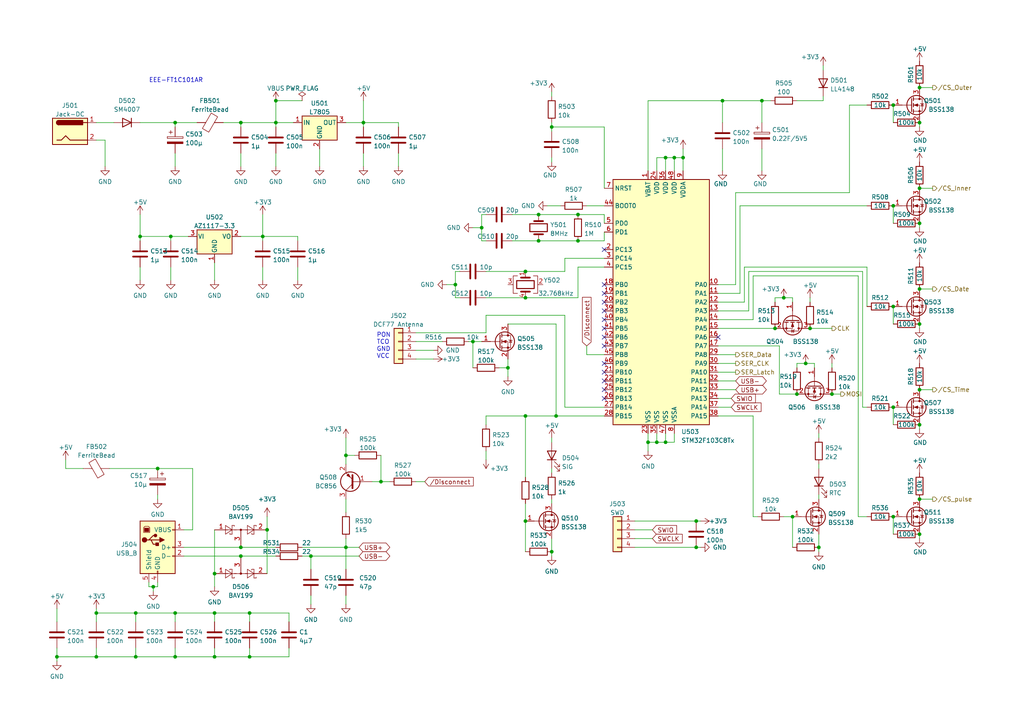
<source format=kicad_sch>
(kicad_sch (version 20211123) (generator eeschema)
  (paper "A4")
  (junction (at 259.08 149.86))
  (junction (at 187.96 128.27))
  (junction (at 80.01 29.21))
  (junction (at 80.01 35.56))
  (junction (at 139.7 66.04))
  (junction (at 231.14 114.3))
  (junction (at 27.94 190.5))
  (junction (at 266.7 123.19))
  (junction (at 259.08 59.69))
  (junction (at 190.5 128.27))
  (junction (at 167.64 62.23))
  (junction (at 49.53 68.58))
  (junction (at 110.49 139.7))
  (junction (at 39.37 190.5))
  (junction (at 62.23 177.8))
  (junction (at 201.93 158.75))
  (junction (at 193.04 45.72))
  (junction (at 266.7 25.4))
  (junction (at 72.39 177.8))
  (junction (at 137.16 99.06))
  (junction (at 201.93 151.13))
  (junction (at 152.4 151.13))
  (junction (at 152.4 86.36))
  (junction (at 100.33 158.75))
  (junction (at 195.58 45.72))
  (junction (at 266.7 113.03))
  (junction (at 241.3 114.3))
  (junction (at 44.45 170.18))
  (junction (at 90.17 161.29))
  (junction (at 40.64 68.58))
  (junction (at 266.7 35.56))
  (junction (at 266.7 54.61))
  (junction (at 50.8 35.56))
  (junction (at 259.08 30.48))
  (junction (at 233.68 105.41))
  (junction (at 209.55 29.21))
  (junction (at 266.7 144.78))
  (junction (at 16.51 190.5))
  (junction (at 152.4 78.74))
  (junction (at 62.23 190.5))
  (junction (at 76.2 68.58))
  (junction (at 62.23 166.37))
  (junction (at 259.08 88.9))
  (junction (at 161.29 120.65))
  (junction (at 152.4 120.65))
  (junction (at 72.39 190.5))
  (junction (at 160.02 36.83))
  (junction (at 198.12 45.72))
  (junction (at 156.21 62.23))
  (junction (at 69.85 35.56))
  (junction (at 193.04 128.27))
  (junction (at 224.79 95.25))
  (junction (at 105.41 35.56))
  (junction (at 77.47 153.67))
  (junction (at 220.98 29.21))
  (junction (at 229.87 149.86))
  (junction (at 147.32 106.68))
  (junction (at 156.21 69.85))
  (junction (at 266.7 93.98))
  (junction (at 45.72 135.89))
  (junction (at 167.64 69.85))
  (junction (at 100.33 132.08))
  (junction (at 266.7 154.94))
  (junction (at 50.8 190.5))
  (junction (at 234.95 95.25))
  (junction (at 39.37 177.8))
  (junction (at 50.8 177.8))
  (junction (at 266.7 83.82))
  (junction (at 259.08 118.11))
  (junction (at 69.85 161.29))
  (junction (at 266.7 64.77))
  (junction (at 227.33 86.36))
  (junction (at 160.02 160.02))
  (junction (at 237.49 158.75))
  (junction (at 27.94 177.8))
  (junction (at 132.08 82.55))
  (junction (at 69.85 158.75))
  (no_connect (at 208.28 97.79))
  (no_connect (at 175.26 72.39))
  (no_connect (at 175.26 85.09))
  (no_connect (at 175.26 82.55))
  (no_connect (at 175.26 115.57))
  (no_connect (at 175.26 107.95))
  (no_connect (at 175.26 110.49))
  (no_connect (at 175.26 113.03))
  (no_connect (at 175.26 97.79))
  (no_connect (at 175.26 95.25))
  (no_connect (at 175.26 92.71))
  (no_connect (at 175.26 90.17))
  (no_connect (at 175.26 100.33))
  (no_connect (at 175.26 105.41))
  (no_connect (at 175.26 87.63))
  (wire (pts (xy 49.53 68.58) (xy 49.53 69.85)))
  (wire (pts (xy 86.36 77.47) (xy 86.36 81.28)))
  (wire (pts (xy 158.75 59.69) (xy 162.56 59.69)))
  (wire (pts (xy 193.04 128.27) (xy 193.04 125.73)))
  (wire (pts (xy 40.64 68.58) (xy 40.64 69.85)))
  (wire (pts (xy 133.35 86.36) (xy 132.08 86.36)))
  (wire (pts (xy 266.7 156.21) (xy 266.7 154.94)))
  (wire (pts (xy 140.97 130.81) (xy 140.97 133.35)))
  (wire (pts (xy 100.33 35.56) (xy 105.41 35.56)))
  (wire (pts (xy 190.5 45.72) (xy 193.04 45.72)))
  (wire (pts (xy 72.39 190.5) (xy 62.23 190.5)))
  (wire (pts (xy 72.39 190.5) (xy 83.82 190.5)))
  (wire (pts (xy 217.17 90.17) (xy 217.17 78.74)))
  (wire (pts (xy 49.53 68.58) (xy 54.61 68.58)))
  (wire (pts (xy 160.02 36.83) (xy 175.26 36.83)))
  (wire (pts (xy 184.15 156.21) (xy 189.23 156.21)))
  (wire (pts (xy 170.18 102.87) (xy 175.26 102.87)))
  (wire (pts (xy 266.7 83.82) (xy 270.51 83.82)))
  (wire (pts (xy 217.17 78.74) (xy 250.19 78.74)))
  (wire (pts (xy 50.8 35.56) (xy 57.15 35.56)))
  (wire (pts (xy 234.95 95.25) (xy 241.3 95.25)))
  (wire (pts (xy 218.44 120.65) (xy 218.44 149.86)))
  (wire (pts (xy 62.23 177.8) (xy 62.23 180.34)))
  (wire (pts (xy 229.87 149.86) (xy 229.87 158.75)))
  (wire (pts (xy 107.95 139.7) (xy 110.49 139.7)))
  (wire (pts (xy 160.02 144.78) (xy 160.02 146.05)))
  (wire (pts (xy 208.28 110.49) (xy 213.36 110.49)))
  (wire (pts (xy 105.41 29.21) (xy 105.41 35.56)))
  (wire (pts (xy 100.33 132.08) (xy 100.33 134.62)))
  (wire (pts (xy 55.88 153.67) (xy 55.88 135.89)))
  (wire (pts (xy 120.65 104.14) (xy 125.73 104.14)))
  (wire (pts (xy 115.57 35.56) (xy 105.41 35.56)))
  (wire (pts (xy 214.63 59.69) (xy 251.46 59.69)))
  (wire (pts (xy 100.33 172.72) (xy 100.33 175.26)))
  (wire (pts (xy 167.64 77.47) (xy 167.64 86.36)))
  (wire (pts (xy 76.2 77.47) (xy 76.2 81.28)))
  (wire (pts (xy 250.19 78.74) (xy 250.19 118.11)))
  (wire (pts (xy 190.5 128.27) (xy 193.04 128.27)))
  (wire (pts (xy 156.21 69.85) (xy 167.64 69.85)))
  (wire (pts (xy 152.4 120.65) (xy 161.29 120.65)))
  (wire (pts (xy 80.01 44.45) (xy 80.01 48.26)))
  (wire (pts (xy 100.33 156.21) (xy 100.33 158.75)))
  (wire (pts (xy 246.38 30.48) (xy 251.46 30.48)))
  (wire (pts (xy 62.23 153.67) (xy 62.23 166.37)))
  (wire (pts (xy 137.16 99.06) (xy 137.16 106.68)))
  (wire (pts (xy 27.94 190.5) (xy 39.37 190.5)))
  (wire (pts (xy 266.7 36.83) (xy 266.7 35.56)))
  (wire (pts (xy 45.72 168.91) (xy 45.72 170.18)))
  (wire (pts (xy 170.18 59.69) (xy 175.26 59.69)))
  (wire (pts (xy 87.63 158.75) (xy 100.33 158.75)))
  (wire (pts (xy 184.15 158.75) (xy 201.93 158.75)))
  (wire (pts (xy 156.21 62.23) (xy 167.64 62.23)))
  (wire (pts (xy 105.41 44.45) (xy 105.41 48.26)))
  (wire (pts (xy 132.08 78.74) (xy 133.35 78.74)))
  (wire (pts (xy 152.4 146.05) (xy 152.4 151.13)))
  (wire (pts (xy 50.8 190.5) (xy 62.23 190.5)))
  (wire (pts (xy 238.76 27.94) (xy 238.76 29.21)))
  (wire (pts (xy 53.34 158.75) (xy 69.85 158.75)))
  (wire (pts (xy 209.55 29.21) (xy 209.55 35.56)))
  (wire (pts (xy 231.14 29.21) (xy 238.76 29.21)))
  (wire (pts (xy 139.7 66.04) (xy 139.7 62.23)))
  (wire (pts (xy 24.13 135.89) (xy 19.05 135.89)))
  (wire (pts (xy 72.39 177.8) (xy 62.23 177.8)))
  (wire (pts (xy 39.37 187.96) (xy 39.37 190.5)))
  (wire (pts (xy 69.85 35.56) (xy 69.85 36.83)))
  (wire (pts (xy 110.49 132.08) (xy 110.49 139.7)))
  (wire (pts (xy 234.95 86.36) (xy 234.95 87.63)))
  (wire (pts (xy 218.44 92.71) (xy 208.28 92.71)))
  (wire (pts (xy 90.17 161.29) (xy 104.14 161.29)))
  (wire (pts (xy 69.85 68.58) (xy 76.2 68.58)))
  (wire (pts (xy 208.28 105.41) (xy 213.36 105.41)))
  (wire (pts (xy 120.65 139.7) (xy 123.19 139.7)))
  (wire (pts (xy 187.96 29.21) (xy 209.55 29.21)))
  (wire (pts (xy 236.22 105.41) (xy 236.22 106.68)))
  (wire (pts (xy 100.33 144.78) (xy 100.33 148.59)))
  (wire (pts (xy 140.97 91.44) (xy 163.83 91.44)))
  (wire (pts (xy 72.39 187.96) (xy 72.39 190.5)))
  (wire (pts (xy 80.01 35.56) (xy 80.01 36.83)))
  (wire (pts (xy 27.94 176.53) (xy 27.94 177.8)))
  (wire (pts (xy 208.28 120.65) (xy 218.44 120.65)))
  (wire (pts (xy 40.64 35.56) (xy 50.8 35.56)))
  (wire (pts (xy 53.34 153.67) (xy 55.88 153.67)))
  (wire (pts (xy 62.23 190.5) (xy 62.23 187.96)))
  (wire (pts (xy 100.33 158.75) (xy 104.14 158.75)))
  (wire (pts (xy 201.93 158.75) (xy 203.2 158.75)))
  (wire (pts (xy 224.79 87.63) (xy 224.79 86.36)))
  (wire (pts (xy 208.28 118.11) (xy 212.09 118.11)))
  (wire (pts (xy 163.83 78.74) (xy 163.83 74.93)))
  (wire (pts (xy 237.49 158.75) (xy 237.49 160.02)))
  (wire (pts (xy 248.92 80.01) (xy 218.44 80.01)))
  (wire (pts (xy 39.37 177.8) (xy 39.37 180.34)))
  (wire (pts (xy 39.37 177.8) (xy 50.8 177.8)))
  (wire (pts (xy 163.83 91.44) (xy 163.83 118.11)))
  (wire (pts (xy 80.01 29.21) (xy 87.63 29.21)))
  (wire (pts (xy 251.46 77.47) (xy 251.46 88.9)))
  (wire (pts (xy 266.7 95.25) (xy 266.7 93.98)))
  (wire (pts (xy 161.29 120.65) (xy 175.26 120.65)))
  (wire (pts (xy 167.64 62.23) (xy 175.26 62.23)))
  (wire (pts (xy 160.02 36.83) (xy 160.02 38.1)))
  (wire (pts (xy 50.8 177.8) (xy 50.8 180.34)))
  (wire (pts (xy 44.45 170.18) (xy 44.45 171.45)))
  (wire (pts (xy 27.94 177.8) (xy 39.37 177.8)))
  (wire (pts (xy 120.65 99.06) (xy 128.27 99.06)))
  (wire (pts (xy 160.02 135.89) (xy 160.02 137.16)))
  (wire (pts (xy 195.58 45.72) (xy 198.12 45.72)))
  (wire (pts (xy 227.33 86.36) (xy 229.87 86.36)))
  (wire (pts (xy 160.02 160.02) (xy 160.02 161.29)))
  (wire (pts (xy 77.47 149.86) (xy 77.47 153.67)))
  (wire (pts (xy 69.85 158.75) (xy 80.01 158.75)))
  (wire (pts (xy 209.55 29.21) (xy 220.98 29.21)))
  (wire (pts (xy 16.51 190.5) (xy 16.51 191.77)))
  (wire (pts (xy 198.12 45.72) (xy 198.12 49.53)))
  (wire (pts (xy 160.02 45.72) (xy 160.02 46.99)))
  (wire (pts (xy 55.88 135.89) (xy 45.72 135.89)))
  (wire (pts (xy 208.28 90.17) (xy 217.17 90.17)))
  (wire (pts (xy 246.38 55.88) (xy 246.38 30.48)))
  (wire (pts (xy 215.9 77.47) (xy 251.46 77.47)))
  (wire (pts (xy 220.98 29.21) (xy 223.52 29.21)))
  (wire (pts (xy 213.36 55.88) (xy 213.36 82.55)))
  (wire (pts (xy 170.18 100.33) (xy 170.18 102.87)))
  (wire (pts (xy 53.34 161.29) (xy 69.85 161.29)))
  (wire (pts (xy 64.77 35.56) (xy 69.85 35.56)))
  (wire (pts (xy 218.44 80.01) (xy 218.44 92.71)))
  (wire (pts (xy 190.5 128.27) (xy 190.5 125.73)))
  (wire (pts (xy 152.4 138.43) (xy 152.4 120.65)))
  (wire (pts (xy 72.39 180.34) (xy 72.39 177.8)))
  (wire (pts (xy 160.02 35.56) (xy 160.02 36.83)))
  (wire (pts (xy 49.53 68.58) (xy 40.64 68.58)))
  (wire (pts (xy 45.72 170.18) (xy 44.45 170.18)))
  (wire (pts (xy 215.9 87.63) (xy 215.9 77.47)))
  (wire (pts (xy 115.57 36.83) (xy 115.57 35.56)))
  (wire (pts (xy 50.8 187.96) (xy 50.8 190.5)))
  (wire (pts (xy 266.7 144.78) (xy 270.51 144.78)))
  (wire (pts (xy 187.96 49.53) (xy 187.96 29.21)))
  (wire (pts (xy 62.23 166.37) (xy 62.23 170.18)))
  (wire (pts (xy 266.7 25.4) (xy 270.51 25.4)))
  (wire (pts (xy 140.97 69.85) (xy 139.7 69.85)))
  (wire (pts (xy 208.28 85.09) (xy 214.63 85.09)))
  (wire (pts (xy 213.36 55.88) (xy 246.38 55.88)))
  (wire (pts (xy 218.44 149.86) (xy 219.71 149.86)))
  (wire (pts (xy 259.08 149.86) (xy 259.08 154.94)))
  (wire (pts (xy 105.41 35.56) (xy 105.41 36.83)))
  (wire (pts (xy 184.15 151.13) (xy 201.93 151.13)))
  (wire (pts (xy 132.08 82.55) (xy 132.08 78.74)))
  (wire (pts (xy 266.7 113.03) (xy 270.51 113.03)))
  (wire (pts (xy 140.97 86.36) (xy 152.4 86.36)))
  (wire (pts (xy 175.26 62.23) (xy 175.26 64.77)))
  (wire (pts (xy 140.97 78.74) (xy 152.4 78.74)))
  (wire (pts (xy 259.08 118.11) (xy 259.08 123.19)))
  (wire (pts (xy 160.02 156.21) (xy 160.02 160.02)))
  (wire (pts (xy 129.54 82.55) (xy 132.08 82.55)))
  (wire (pts (xy 152.4 78.74) (xy 163.83 78.74)))
  (wire (pts (xy 163.83 118.11) (xy 175.26 118.11)))
  (wire (pts (xy 147.32 93.98) (xy 161.29 93.98)))
  (wire (pts (xy 43.18 170.18) (xy 43.18 168.91)))
  (wire (pts (xy 198.12 45.72) (xy 198.12 43.18)))
  (wire (pts (xy 90.17 161.29) (xy 90.17 165.1)))
  (wire (pts (xy 241.3 114.3) (xy 243.84 114.3)))
  (wire (pts (xy 115.57 44.45) (xy 115.57 48.26)))
  (wire (pts (xy 44.45 170.18) (xy 43.18 170.18)))
  (wire (pts (xy 266.7 124.46) (xy 266.7 123.19)))
  (wire (pts (xy 90.17 172.72) (xy 90.17 175.26)))
  (wire (pts (xy 69.85 35.56) (xy 80.01 35.56)))
  (wire (pts (xy 83.82 180.34) (xy 83.82 177.8)))
  (wire (pts (xy 147.32 106.68) (xy 147.32 109.22)))
  (wire (pts (xy 193.04 45.72) (xy 193.04 49.53)))
  (wire (pts (xy 39.37 190.5) (xy 50.8 190.5)))
  (wire (pts (xy 190.5 49.53) (xy 190.5 45.72)))
  (wire (pts (xy 110.49 139.7) (xy 113.03 139.7)))
  (wire (pts (xy 229.87 86.36) (xy 229.87 87.63)))
  (wire (pts (xy 137.16 99.06) (xy 139.7 99.06)))
  (wire (pts (xy 76.2 68.58) (xy 76.2 69.85)))
  (wire (pts (xy 259.08 30.48) (xy 259.08 35.56)))
  (wire (pts (xy 40.64 62.23) (xy 40.64 68.58)))
  (wire (pts (xy 193.04 128.27) (xy 195.58 128.27)))
  (wire (pts (xy 77.47 153.67) (xy 77.47 166.37)))
  (wire (pts (xy 140.97 120.65) (xy 140.97 123.19)))
  (wire (pts (xy 27.94 40.64) (xy 30.48 40.64)))
  (wire (pts (xy 187.96 128.27) (xy 190.5 128.27)))
  (wire (pts (xy 132.08 86.36) (xy 132.08 82.55)))
  (wire (pts (xy 87.63 161.29) (xy 90.17 161.29)))
  (wire (pts (xy 147.32 104.14) (xy 147.32 106.68)))
  (wire (pts (xy 208.28 113.03) (xy 213.36 113.03)))
  (wire (pts (xy 237.49 125.73) (xy 237.49 127)))
  (wire (pts (xy 187.96 128.27) (xy 187.96 130.81)))
  (wire (pts (xy 100.33 132.08) (xy 102.87 132.08)))
  (wire (pts (xy 148.59 69.85) (xy 156.21 69.85)))
  (wire (pts (xy 120.65 101.6) (xy 125.73 101.6)))
  (wire (pts (xy 27.94 177.8) (xy 27.94 180.34)))
  (wire (pts (xy 266.7 54.61) (xy 270.51 54.61)))
  (wire (pts (xy 237.49 154.94) (xy 237.49 158.75)))
  (wire (pts (xy 50.8 35.56) (xy 50.8 36.83)))
  (wire (pts (xy 50.8 177.8) (xy 62.23 177.8)))
  (wire (pts (xy 92.71 43.18) (xy 92.71 48.26)))
  (wire (pts (xy 208.28 107.95) (xy 213.36 107.95)))
  (wire (pts (xy 16.51 187.96) (xy 16.51 190.5)))
  (wire (pts (xy 72.39 177.8) (xy 83.82 177.8)))
  (wire (pts (xy 266.7 66.04) (xy 266.7 64.77)))
  (wire (pts (xy 241.3 105.41) (xy 241.3 106.68)))
  (wire (pts (xy 49.53 77.47) (xy 49.53 81.28)))
  (wire (pts (xy 27.94 35.56) (xy 33.02 35.56)))
  (wire (pts (xy 135.89 99.06) (xy 137.16 99.06)))
  (wire (pts (xy 140.97 96.52) (xy 140.97 91.44)))
  (wire (pts (xy 237.49 134.62) (xy 237.49 135.89)))
  (wire (pts (xy 175.26 77.47) (xy 167.64 77.47)))
  (wire (pts (xy 220.98 43.18) (xy 220.98 49.53)))
  (wire (pts (xy 208.28 95.25) (xy 224.79 95.25)))
  (wire (pts (xy 259.08 88.9) (xy 259.08 93.98)))
  (wire (pts (xy 195.58 49.53) (xy 195.58 45.72)))
  (wire (pts (xy 69.85 161.29) (xy 80.01 161.29)))
  (wire (pts (xy 19.05 135.89) (xy 19.05 133.35)))
  (wire (pts (xy 16.51 190.5) (xy 27.94 190.5)))
  (wire (pts (xy 80.01 29.21) (xy 80.01 35.56)))
  (wire (pts (xy 208.28 115.57) (xy 212.09 115.57)))
  (wire (pts (xy 248.92 149.86) (xy 248.92 80.01)))
  (wire (pts (xy 120.65 96.52) (xy 140.97 96.52)))
  (wire (pts (xy 160.02 26.67) (xy 160.02 27.94)))
  (wire (pts (xy 137.16 66.04) (xy 139.7 66.04)))
  (wire (pts (xy 193.04 45.72) (xy 195.58 45.72)))
  (wire (pts (xy 161.29 93.98) (xy 161.29 120.65)))
  (wire (pts (xy 224.79 86.36) (xy 227.33 86.36)))
  (wire (pts (xy 250.19 118.11) (xy 251.46 118.11)))
  (wire (pts (xy 69.85 44.45) (xy 69.85 48.26)))
  (wire (pts (xy 237.49 143.51) (xy 237.49 144.78)))
  (wire (pts (xy 184.15 153.67) (xy 189.23 153.67)))
  (wire (pts (xy 208.28 82.55) (xy 213.36 82.55)))
  (wire (pts (xy 152.4 86.36) (xy 167.64 86.36)))
  (wire (pts (xy 30.48 40.64) (xy 30.48 48.26)))
  (wire (pts (xy 208.28 102.87) (xy 213.36 102.87)))
  (wire (pts (xy 220.98 29.21) (xy 220.98 35.56)))
  (wire (pts (xy 76.2 62.23) (xy 76.2 68.58)))
  (wire (pts (xy 214.63 59.69) (xy 214.63 85.09)))
  (wire (pts (xy 163.83 74.93) (xy 175.26 74.93)))
  (wire (pts (xy 144.78 106.68) (xy 147.32 106.68)))
  (wire (pts (xy 45.72 143.51) (xy 45.72 144.78)))
  (wire (pts (xy 16.51 176.53) (xy 16.51 180.34)))
  (wire (pts (xy 238.76 19.05) (xy 238.76 20.32)))
  (wire (pts (xy 83.82 187.96) (xy 83.82 190.5)))
  (wire (pts (xy 195.58 128.27) (xy 195.58 125.73)))
  (wire (pts (xy 86.36 68.58) (xy 86.36 69.85)))
  (wire (pts (xy 152.4 151.13) (xy 152.4 160.02)))
  (wire (pts (xy 80.01 35.56) (xy 85.09 35.56)))
  (wire (pts (xy 226.06 100.33) (xy 226.06 114.3)))
  (wire (pts (xy 40.64 77.47) (xy 40.64 81.28)))
  (wire (pts (xy 76.2 68.58) (xy 86.36 68.58)))
  (wire (pts (xy 259.08 59.69) (xy 259.08 64.77)))
  (wire (pts (xy 100.33 127) (xy 100.33 132.08)))
  (wire (pts (xy 227.33 149.86) (xy 229.87 149.86)))
  (wire (pts (xy 160.02 127) (xy 160.02 128.27)))
  (wire (pts (xy 100.33 158.75) (xy 100.33 165.1)))
  (wire (pts (xy 45.72 135.89) (xy 31.75 135.89)))
  (wire (pts (xy 27.94 187.96) (xy 27.94 190.5)))
  (wire (pts (xy 226.06 114.3) (xy 231.14 114.3)))
  (wire (pts (xy 208.28 100.33) (xy 226.06 100.33)))
  (wire (pts (xy 139.7 69.85) (xy 139.7 66.04)))
  (wire (pts (xy 231.14 106.68) (xy 231.14 105.41)))
  (wire (pts (xy 140.97 120.65) (xy 152.4 120.65)))
  (wire (pts (xy 201.93 151.13) (xy 203.2 151.13)))
  (wire (pts (xy 50.8 44.45) (xy 50.8 48.26)))
  (wire (pts (xy 148.59 62.23) (xy 156.21 62.23)))
  (wire (pts (xy 208.28 87.63) (xy 215.9 87.63)))
  (wire (pts (xy 251.46 149.86) (xy 248.92 149.86)))
  (wire (pts (xy 187.96 125.73) (xy 187.96 128.27)))
  (wire (pts (xy 175.26 36.83) (xy 175.26 54.61)))
  (wire (pts (xy 167.64 69.85) (xy 175.26 69.85)))
  (wire (pts (xy 231.14 105.41) (xy 233.68 105.41)))
  (wire (pts (xy 233.68 105.41) (xy 236.22 105.41)))
  (wire (pts (xy 139.7 62.23) (xy 140.97 62.23)))
  (wire (pts (xy 62.23 76.2) (xy 62.23 81.28)))
  (wire (pts (xy 209.55 43.18) (xy 209.55 49.53)))
  (wire (pts (xy 175.26 69.85) (xy 175.26 67.31)))
  (text "EEE-FT1C101AR " (at 43.18 24.13 0) (effects (font (size 1.27 1.27)) (justify left bottom)))
  (text "PON\nTCO\nGND\nVCC" (at 109.22 104.14 0) (effects (font (size 1.27 1.27)) (justify left bottom)))
  (global_label "SWIO" (shape input) (at 212.09 115.57 0) (property "Intersheet References" "${INTERSHEET_REFS}" (effects hide)))
  (global_label "USB-" (shape bidirectional) (at 104.14 161.29 0) (property "Intersheet References" "${INTERSHEET_REFS}" (effects hide)))
  (global_label "SWCLK" (shape input) (at 189.23 156.21 0) (property "Intersheet References" "${INTERSHEET_REFS}" (effects hide)))
  (global_label "USB+" (shape bidirectional) (at 213.36 113.03 0) (property "Intersheet References" "${INTERSHEET_REFS}" (effects hide)))
  (global_label "USB-" (shape bidirectional) (at 213.36 110.49 0) (property "Intersheet References" "${INTERSHEET_REFS}" (effects hide)))
  (global_label "{slash}Disconnect" (shape input) (at 123.19 139.7 0) (property "Intersheet References" "${INTERSHEET_REFS}" (effects hide)))
  (global_label "SWCLK" (shape input) (at 212.09 118.11 0) (property "Intersheet References" "${INTERSHEET_REFS}" (effects hide)))
  (global_label "USB+" (shape bidirectional) (at 104.14 158.75 0) (property "Intersheet References" "${INTERSHEET_REFS}" (effects hide)))
  (global_label "{slash}Disconnect" (shape input) (at 170.18 100.33 90) (property "Intersheet References" "${INTERSHEET_REFS}" (effects hide)))
  (global_label "SWIO" (shape input) (at 189.23 153.67 0) (property "Intersheet References" "${INTERSHEET_REFS}" (effects hide)))
  (hierarchical_label "CLK" (shape output) (at 241.3 95.25 0))
  (hierarchical_label "{slash}CS_pulse" (shape output) (at 270.51 144.78 0))
  (hierarchical_label "MOSI" (shape output) (at 243.84 114.3 0))
  (hierarchical_label "{slash}CS_Date" (shape output) (at 270.51 83.82 0))
  (hierarchical_label "{slash}CS_Time" (shape output) (at 270.51 113.03 0))
  (hierarchical_label "{slash}CS_Inner" (shape output) (at 270.51 54.61 0))
  (hierarchical_label "{slash}CS_Outer" (shape output) (at 270.51 25.4 0))
  (hierarchical_label "SER_Latch" (shape output) (at 213.36 107.95 0))
  (hierarchical_label "SER_Data" (shape output) (at 213.36 102.87 0))
  (hierarchical_label "SER_CLK" (shape output) (at 213.36 105.41 0))
  (symbol (lib_id "Device:C") (at 62.23 184.15 0) (unit 1)
    (property "Reference" "C525" (at 65.151 183.3153 0) (effects (justify left)))
    (property "Value" "100n" (at 65.151 185.8522 0) (effects (justify left)))
    (property "Footprint" "Capacitor_SMD:C_0805_2012Metric" (effects hide))
  )
  (symbol (lib_id "Transistor_BJT:BC856") (at 102.87 139.7 180) (unit 1)
    (property "Reference" "Q508" (at 97.79 138.4299 0) (effects (justify left)))
    (property "Value" "BC856" (at 97.79 140.9699 0) (effects (justify left)))
    (property "Footprint" "Package_TO_SOT_SMD:SOT-23" (effects hide))
    (property "Datasheet" "https://www.onsemi.com/pub/Collateral/BC860-D.pdf" (effects hide))
  )
  (symbol (lib_id "power:+5V") (at 16.51 176.53 0) (unit 1)
    (property "Reference" "#PWR0109" (effects hide))
    (property "Value" "+5V" (at 16.51 172.9542 0))
  )
  (symbol (lib_id "power:GND") (at 62.23 81.28 0) (unit 1)
    (property "Reference" "#PWR0531" (effects hide))
    (property "Value" "GND" (at 62.23 85.7234 0))
  )
  (symbol (lib_id "Device:C") (at 100.33 168.91 0) (unit 1)
    (property "Reference" "C520" (at 104.14 167.6399 0) (effects (justify left)))
    (property "Value" "47p" (at 104.14 170.1799 0) (effects (justify left)))
    (property "Footprint" "Capacitor_SMD:C_0805_2012Metric" (effects hide))
  )
  (symbol (lib_id "Device:C_Polarized") (at 45.72 139.7 0) (mirror y) (unit 1)
    (property "Reference" "C517" (at 42.799 137.9763 0) (effects (justify left)))
    (property "Value" "10µ" (at 42.799 140.5132 0) (effects (justify left)))
    (property "Footprint" "Capacitor_SMD:CP_Elec_5x5.8" (effects hide))
  )
  (symbol (lib_id "power:+5V") (at 266.7 76.2 0) (unit 1)
    (property "Reference" "#PWR0522" (effects hide))
    (property "Value" "+5V" (at 266.7 72.6242 0))
  )
  (symbol (lib_id "Device:C") (at 144.78 69.85 270) (unit 1)
    (property "Reference" "C510" (at 140.97 68.58 90))
    (property "Value" "20p" (at 148.59 68.58 90))
    (property "Footprint" "Capacitor_SMD:C_0805_2012Metric" (effects hide))
  )
  (symbol (lib_id "Device:R") (at 255.27 88.9 90) (unit 1)
    (property "Reference" "R512" (at 255.27 86.36 90))
    (property "Value" "10k" (at 255.27 88.9 90))
    (property "Footprint" "Resistor_SMD:R_0805_2012Metric" (effects hide))
  )
  (symbol (lib_id "power:GND") (at 137.16 66.04 270) (unit 1)
    (property "Reference" "#PWR0520" (effects hide))
    (property "Value" "GND" (at 129.54 66.04 90) (effects (justify left)))
  )
  (symbol (lib_id "Device:R") (at 160.02 140.97 180) (unit 1)
    (property "Reference" "R526" (at 161.798 140.1353 0) (effects (justify right)))
    (property "Value" "1k" (at 161.798 142.6722 0) (effects (justify right)))
    (property "Footprint" "Resistor_SMD:R_0805_2012Metric" (effects hide))
  )
  (symbol (lib_id "Transistor_FET:BSS138") (at 229.87 92.71 270) (unit 1)
    (property "Reference" "Q504" (at 224.79 99.06 90))
    (property "Value" "BSS138" (at 233.68 99.06 90))
    (property "Footprint" "Package_TO_SOT_SMD:SOT-23" (effects hide))
    (property "Datasheet" "https://www.onsemi.com/pub/Collateral/BSS138-D.PDF" (effects hide))
  )
  (symbol (lib_id "Device:R") (at 255.27 59.69 90) (unit 1)
    (property "Reference" "R508" (at 255.27 57.15 90))
    (property "Value" "10k" (at 255.27 59.69 90))
    (property "Footprint" "Resistor_SMD:R_0805_2012Metric" (effects hide))
  )
  (symbol (lib_id "power:+5V") (at 160.02 127 0) (unit 1)
    (property "Reference" "#PWR0543" (effects hide))
    (property "Value" "+5V" (at 160.02 123.4242 0))
  )
  (symbol (lib_id "power:GND") (at 90.17 175.26 0) (mirror y) (unit 1)
    (property "Reference" "#PWR0555" (effects hide))
    (property "Value" "GND" (at 90.17 179.7034 0))
  )
  (symbol (lib_id "power:+5V") (at 266.7 137.16 0) (unit 1)
    (property "Reference" "#PWR0559" (effects hide))
    (property "Value" "+5V" (at 266.7 133.5842 0))
  )
  (symbol (lib_id "Device:LED") (at 237.49 139.7 90) (unit 1)
    (property "Reference" "D503" (at 240.411 140.4528 90) (effects (justify right)))
    (property "Value" "RTC" (at 240.411 142.9897 90) (effects (justify right)))
    (property "Footprint" "LED_SMD:LED_0603_1608Metric" (effects hide))
  )
  (symbol (lib_id "Device:C") (at 27.94 184.15 0) (unit 1)
    (property "Reference" "C522" (at 30.861 183.3153 0) (effects (justify left)))
    (property "Value" "100n" (at 30.861 185.8522 0) (effects (justify left)))
    (property "Footprint" "Capacitor_SMD:C_0805_2012Metric" (effects hide))
  )
  (symbol (lib_id "power:+5V") (at 40.64 62.23 0) (unit 1)
    (property "Reference" "#PWR0523" (effects hide))
    (property "Value" "+5V" (at 40.64 58.6542 0))
  )
  (symbol (lib_id "Device:C") (at 80.01 40.64 0) (unit 1)
    (property "Reference" "C505" (at 82.931 39.8053 0) (effects (justify left)))
    (property "Value" "100n" (at 82.931 42.3422 0) (effects (justify left)))
    (property "Footprint" "Capacitor_SMD:C_0805_2012Metric" (effects hide))
  )
  (symbol (lib_id "power:+3V3") (at 238.76 19.05 0) (unit 1)
    (property "Reference" "#PWR0101" (effects hide))
    (property "Value" "+3V3" (at 234.95 16.51 0))
  )
  (symbol (lib_id "Device:C_Polarized") (at 50.8 40.64 0) (unit 1)
    (property "Reference" "C503" (at 53.721 38.9163 0) (effects (justify left)))
    (property "Value" "100µ" (at 53.721 41.4532 0) (effects (justify left)))
    (property "Footprint" "Capacitor_SMD:CP_Elec_5x5.8" (effects hide))
  )
  (symbol (lib_id "power:+3V3") (at 140.97 133.35 180) (unit 1)
    (property "Reference" "#PWR0103" (effects hide))
    (property "Value" "+3V3" (at 144.78 135.89 0))
  )
  (symbol (lib_id "Device:C") (at 144.78 62.23 270) (unit 1)
    (property "Reference" "C509" (at 140.97 60.96 90))
    (property "Value" "20p" (at 148.59 60.96 90))
    (property "Footprint" "Capacitor_SMD:C_0805_2012Metric" (effects hide))
  )
  (symbol (lib_id "power:PWR_FLAG") (at 87.63 29.21 0) (unit 1)
    (property "Reference" "#FLG0501" (effects hide))
    (property "Value" "PWR_FLAG" (at 87.63 25.6342 0))
  )
  (symbol (lib_id "power:GND") (at 147.32 109.22 0) (unit 1)
    (property "Reference" "#PWR0539" (effects hide))
    (property "Value" "GND" (at 147.32 113.6634 0))
  )
  (symbol (lib_id "Device:LED") (at 160.02 132.08 90) (unit 1)
    (property "Reference" "D504" (at 162.941 132.8328 90) (effects (justify right)))
    (property "Value" "SIG" (at 162.941 135.3697 90) (effects (justify right)))
    (property "Footprint" "LED_SMD:LED_0603_1608Metric" (effects hide))
  )
  (symbol (lib_id "power:+3V3") (at 76.2 62.23 0) (unit 1)
    (property "Reference" "#PWR0524" (effects hide))
    (property "Value" "+3V3" (at 76.2 58.6542 0))
  )
  (symbol (lib_id "power:GND") (at 92.71 48.26 0) (unit 1)
    (property "Reference" "#PWR0514" (effects hide))
    (property "Value" "GND" (at 92.71 52.7034 0))
  )
  (symbol (lib_id "Regulator_Linear:L7805") (at 92.71 35.56 0) (unit 1)
    (property "Reference" "U501" (at 92.71 29.9552 0))
    (property "Value" "L7805" (at 92.71 32.4921 0))
    (property "Footprint" "Package_TO_SOT_SMD:TO-263-2" (effects hide))
    (property "Datasheet" "http://www.st.com/content/ccc/resource/technical/document/datasheet/41/4f/b3/b0/12/d4/47/88/CD00000444.pdf/files/CD00000444.pdf/jcr:content/translations/en.CD00000444.pdf" (effects hide))
  )
  (symbol (lib_id "Device:C") (at 86.36 73.66 0) (unit 1)
    (property "Reference" "C516" (at 89.281 72.8253 0) (effects (justify left)))
    (property "Value" "1µ" (at 89.281 75.3622 0) (effects (justify left)))
    (property "Footprint" "Capacitor_SMD:C_0805_2012Metric" (effects hide))
  )
  (symbol (lib_id "power:+5V") (at 105.41 29.21 0) (unit 1)
    (property "Reference" "#PWR0505" (effects hide))
    (property "Value" "+5V" (at 105.41 25.6342 0))
  )
  (symbol (lib_id "Device:R") (at 83.82 158.75 90) (unit 1)
    (property "Reference" "R531" (at 78.74 157.48 90))
    (property "Value" "22" (at 88.9 157.48 90))
    (property "Footprint" "Resistor_SMD:R_0805_2012Metric" (effects hide))
  )
  (symbol (lib_id "Connector_Generic:Conn_01x04") (at 179.07 153.67 0) (mirror y) (unit 1)
    (property "Reference" "J503" (at 179.07 146.1602 0))
    (property "Value" "SWD" (at 179.07 148.6971 0))
    (property "Footprint" "Connector_PinHeader_2.54mm:PinHeader_1x04_P2.54mm_Horizontal" (effects hide))
  )
  (symbol (lib_id "power:GND") (at 76.2 81.28 0) (unit 1)
    (property "Reference" "#PWR0532" (effects hide))
    (property "Value" "GND" (at 76.2 85.7234 0))
  )
  (symbol (lib_id "power:VBUS") (at 80.01 29.21 0) (unit 1)
    (property "Reference" "#PWR0504" (effects hide))
    (property "Value" "VBUS" (at 80.01 25.6342 0))
  )
  (symbol (lib_id "Device:R") (at 255.27 118.11 90) (unit 1)
    (property "Reference" "R521" (at 255.27 115.57 90))
    (property "Value" "10k" (at 255.27 118.11 90))
    (property "Footprint" "Resistor_SMD:R_0805_2012Metric" (effects hide))
  )
  (symbol (lib_id "Transistor_FET:BSS138") (at 264.16 30.48 0) (unit 1)
    (property "Reference" "Q501" (at 270.51 29.21 0))
    (property "Value" "BSS138" (at 273.05 31.75 0))
    (property "Footprint" "Package_TO_SOT_SMD:SOT-23" (effects hide))
    (property "Datasheet" "https://www.onsemi.com/pub/Collateral/BSS138-D.PDF" (effects hide))
  )
  (symbol (lib_id "Device:C") (at 115.57 40.64 0) (unit 1)
    (property "Reference" "C507" (at 118.491 39.8053 0) (effects (justify left)))
    (property "Value" "1µ" (at 118.491 42.3422 0) (effects (justify left)))
    (property "Footprint" "Capacitor_SMD:C_0805_2012Metric" (effects hide))
  )
  (symbol (lib_id "Transistor_FET:BSS138") (at 264.16 88.9 0) (unit 1)
    (property "Reference" "Q503" (at 270.51 87.63 0))
    (property "Value" "BSS138" (at 273.05 90.17 0))
    (property "Footprint" "Package_TO_SOT_SMD:SOT-23" (effects hide))
    (property "Datasheet" "https://www.onsemi.com/pub/Collateral/BSS138-D.PDF" (effects hide))
  )
  (symbol (lib_id "Device:C") (at 160.02 41.91 0) (unit 1)
    (property "Reference" "C508" (at 162.941 41.0753 0) (effects (justify left)))
    (property "Value" "100n" (at 162.941 43.6122 0) (effects (justify left)))
    (property "Footprint" "Capacitor_SMD:C_0805_2012Metric" (effects hide))
  )
  (symbol (lib_id "Device:R") (at 262.89 35.56 90) (unit 1)
    (property "Reference" "R504" (at 261.62 33.02 90))
    (property "Value" "100k" (at 262.89 35.56 90))
    (property "Footprint" "Resistor_SMD:R_0805_2012Metric" (effects hide))
  )
  (symbol (lib_id "power:GND") (at 40.64 81.28 0) (unit 1)
    (property "Reference" "#PWR0529" (effects hide))
    (property "Value" "GND" (at 40.64 85.7234 0))
  )
  (symbol (lib_id "power:+3V3") (at 227.33 86.36 0) (unit 1)
    (property "Reference" "#PWR0104" (effects hide))
    (property "Value" "+3V3" (at 223.52 83.82 0))
  )
  (symbol (lib_id "Transistor_FET:BSS138") (at 264.16 149.86 0) (unit 1)
    (property "Reference" "Q511" (at 270.51 148.59 0))
    (property "Value" "BSS138" (at 273.05 151.13 0))
    (property "Footprint" "Package_TO_SOT_SMD:SOT-23" (effects hide))
    (property "Datasheet" "https://www.onsemi.com/pub/Collateral/BSS138-D.PDF" (effects hide))
  )
  (symbol (lib_id "power:+5V") (at 19.05 133.35 0) (mirror y) (unit 1)
    (property "Reference" "#PWR0545" (effects hide))
    (property "Value" "+5V" (at 19.05 129.7742 0))
  )
  (symbol (lib_id "Transistor_FET:BSS138") (at 234.95 149.86 0) (unit 1)
    (property "Reference" "Q509" (at 240.157 149.0253 0) (effects (justify left)))
    (property "Value" "BSS138" (at 240.157 151.5622 0) (effects (justify left)))
    (property "Footprint" "Package_TO_SOT_SMD:SOT-23" (effects hide))
    (property "Datasheet" "https://www.onsemi.com/pub/Collateral/BSS138-D.PDF" (effects hide))
  )
  (symbol (lib_id "Transistor_FET:BSS138") (at 264.16 118.11 0) (unit 1)
    (property "Reference" "Q507" (at 270.51 116.84 0))
    (property "Value" "BSS138" (at 273.05 119.38 0))
    (property "Footprint" "Package_TO_SOT_SMD:SOT-23" (effects hide))
    (property "Datasheet" "https://www.onsemi.com/pub/Collateral/BSS138-D.PDF" (effects hide))
  )
  (symbol (lib_id "power:GND") (at 16.51 191.77 0) (unit 1)
    (property "Reference" "#PWR0558" (effects hide))
    (property "Value" "GND" (at 16.51 196.2134 0))
  )
  (symbol (lib_id "Transistor_FET:BSS138") (at 264.16 59.69 0) (unit 1)
    (property "Reference" "Q502" (at 270.51 58.42 0))
    (property "Value" "BSS138" (at 273.05 60.96 0))
    (property "Footprint" "Package_TO_SOT_SMD:SOT-23" (effects hide))
    (property "Datasheet" "https://www.onsemi.com/pub/Collateral/BSS138-D.PDF" (effects hide))
  )
  (symbol (lib_id "Device:R") (at 266.7 21.59 180) (unit 1)
    (property "Reference" "R501" (at 264.16 21.59 90))
    (property "Value" "10k" (at 266.7 21.59 90))
    (property "Footprint" "Resistor_SMD:R_0805_2012Metric" (effects hide))
  )
  (symbol (lib_id "power:GND") (at 266.7 66.04 0) (unit 1)
    (property "Reference" "#PWR0521" (effects hide))
    (property "Value" "GND" (at 264.8155 69.9433 0) (effects (justify left)))
  )
  (symbol (lib_id "power:GND") (at 49.53 81.28 0) (unit 1)
    (property "Reference" "#PWR0530" (effects hide))
    (property "Value" "GND" (at 49.53 85.7234 0))
  )
  (symbol (lib_id "power:GND") (at 266.7 156.21 0) (unit 1)
    (property "Reference" "#PWR0560" (effects hide))
    (property "Value" "GND" (at 264.8155 160.1133 0) (effects (justify left)))
  )
  (symbol (lib_id "power:+3V3") (at 198.12 43.18 0) (unit 1)
    (property "Reference" "#PWR0108" (effects hide))
    (property "Value" "+3V3" (at 194.31 40.64 0))
  )
  (symbol (lib_id "Device:R") (at 140.97 127 180) (unit 1)
    (property "Reference" "R523" (at 142.748 126.1653 0) (effects (justify right)))
    (property "Value" "10k" (at 142.748 128.7022 0) (effects (justify right)))
    (property "Footprint" "Resistor_SMD:R_0805_2012Metric" (effects hide))
  )
  (symbol (lib_id "power:+3V3") (at 77.47 149.86 0) (unit 1)
    (property "Reference" "#PWR0548" (effects hide))
    (property "Value" "+3V3" (at 77.47 144.78 0))
  )
  (symbol (lib_id "MCU_ST_STM32F1:STM32F103C8Tx") (at 193.04 87.63 0) (unit 1)
    (property "Reference" "U503" (at 197.5994 125.2204 0) (effects (justify left)))
    (property "Value" "STM32F103C8Tx" (at 197.5994 127.7573 0) (effects (justify left)))
    (property "Footprint" "Package_QFP:LQFP-48_7x7mm_P0.5mm" (effects hide))
    (property "Datasheet" "http://www.st.com/st-web-ui/static/active/en/resource/technical/document/datasheet/CD00161566.pdf" (effects hide))
  )
  (symbol (lib_id "Device:C") (at 69.85 40.64 0) (unit 1)
    (property "Reference" "C504" (at 72.771 39.8053 0) (effects (justify left)))
    (property "Value" "1µ" (at 72.771 42.3422 0) (effects (justify left)))
    (property "Footprint" "Capacitor_SMD:C_0805_2012Metric" (effects hide))
  )
  (symbol (lib_id "power:GND") (at 69.85 48.26 0) (unit 1)
    (property "Reference" "#PWR0512" (effects hide))
    (property "Value" "GND" (at 69.85 52.7034 0))
  )
  (symbol (lib_id "Device:R") (at 100.33 152.4 180) (unit 1)
    (property "Reference" "R530" (at 102.87 151.1299 0) (effects (justify right)))
    (property "Value" "1k5" (at 102.87 153.6699 0) (effects (justify right)))
    (property "Footprint" "Resistor_SMD:R_0805_2012Metric" (effects hide))
  )
  (symbol (lib_id "power:GND") (at 158.75 59.69 270) (unit 1)
    (property "Reference" "#PWR0519" (effects hide))
    (property "Value" "GND" (at 151.13 59.69 90) (effects (justify left)))
  )
  (symbol (lib_id "power:+3V3") (at 100.33 127 0) (unit 1)
    (property "Reference" "#PWR0542" (effects hide))
    (property "Value" "+3V3" (at 96.52 124.46 0))
  )
  (symbol (lib_id "Device:D") (at 238.76 24.13 90) (unit 1)
    (property "Reference" "D501" (at 240.792 23.2953 90) (effects (justify right)))
    (property "Value" "LL4148" (at 240.792 25.8322 90) (effects (justify right)))
    (property "Footprint" "Diode_SMD:D_MiniMELF" (effects hide))
  )
  (symbol (lib_id "Diode:BAS40-04") (at 69.85 156.21 0) (unit 1)
    (property "Reference" "D505" (at 69.85 147.32 0))
    (property "Value" "BAV199" (at 69.85 149.86 0))
    (property "Footprint" "Package_TO_SOT_SMD:SOT-23" (effects hide))
    (property "Datasheet" "http://www.vishay.com/docs/85701/bas40v.pdf" (effects hide))
  )
  (symbol (lib_id "Device:R") (at 262.89 123.19 90) (unit 1)
    (property "Reference" "R522" (at 261.62 120.65 90))
    (property "Value" "100k" (at 262.89 123.19 90))
    (property "Footprint" "Resistor_SMD:R_0805_2012Metric" (effects hide))
  )
  (symbol (lib_id "power:GND") (at 62.23 170.18 0) (mirror y) (unit 1)
    (property "Reference" "#PWR0553" (effects hide))
    (property "Value" "GND" (at 62.23 174.6234 0))
  )
  (symbol (lib_id "power:GND") (at 160.02 46.99 0) (unit 1)
    (property "Reference" "#PWR0508" (effects hide))
    (property "Value" "GND" (at 157.48 50.8 0) (effects (justify left)))
  )
  (symbol (lib_id "Device:R") (at 106.68 132.08 270) (unit 1)
    (property "Reference" "R525" (at 106.68 127.3642 90))
    (property "Value" "100k" (at 106.68 129.9011 90))
    (property "Footprint" "Resistor_SMD:R_0805_2012Metric" (effects hide))
  )
  (symbol (lib_id "Device:R") (at 160.02 31.75 180) (unit 1)
    (property "Reference" "R503" (at 161.798 30.9153 0) (effects (justify right)))
    (property "Value" "10k" (at 161.798 33.4522 0) (effects (justify right)))
    (property "Footprint" "Resistor_SMD:R_0805_2012Metric" (effects hide))
  )
  (symbol (lib_id "Device:R") (at 166.37 59.69 90) (unit 1)
    (property "Reference" "R507" (at 166.37 54.9742 90))
    (property "Value" "1k" (at 166.37 57.5111 90))
    (property "Footprint" "Resistor_SMD:R_0805_2012Metric" (effects hide))
  )
  (symbol (lib_id "power:+5V") (at 234.95 86.36 0) (unit 1)
    (property "Reference" "#PWR0527" (effects hide))
    (property "Value" "+5V" (at 234.95 82.7842 0))
  )
  (symbol (lib_id "Device:R") (at 116.84 139.7 270) (unit 1)
    (property "Reference" "R527" (at 116.84 134.9842 90))
    (property "Value" "100k" (at 116.84 137.5211 90))
    (property "Footprint" "Resistor_SMD:R_0805_2012Metric" (effects hide))
  )
  (symbol (lib_id "Device:C") (at 209.55 39.37 0) (unit 1)
    (property "Reference" "C502" (at 212.471 38.5353 0) (effects (justify left)))
    (property "Value" "100n" (at 212.471 41.0722 0) (effects (justify left)))
    (property "Footprint" "Capacitor_SMD:C_0805_2012Metric" (effects hide))
  )
  (symbol (lib_id "power:GND") (at 50.8 48.26 0) (unit 1)
    (property "Reference" "#PWR0511" (effects hide))
    (property "Value" "GND" (at 50.8 52.7034 0))
  )
  (symbol (lib_id "Device:R") (at 132.08 99.06 90) (unit 1)
    (property "Reference" "R516" (at 125.73 97.79 90))
    (property "Value" "10k" (at 137.16 97.79 90))
    (property "Footprint" "Resistor_SMD:R_0805_2012Metric" (effects hide))
  )
  (symbol (lib_id "Device:C") (at 105.41 40.64 0) (unit 1)
    (property "Reference" "C506" (at 108.331 39.8053 0) (effects (justify left)))
    (property "Value" "100n" (at 108.331 42.3422 0) (effects (justify left)))
    (property "Footprint" "Capacitor_SMD:C_0805_2012Metric" (effects hide))
  )
  (symbol (lib_id "Device:R") (at 140.97 106.68 270) (unit 1)
    (property "Reference" "R517" (at 140.97 101.9642 90))
    (property "Value" "100k" (at 140.97 104.5011 90))
    (property "Footprint" "Resistor_SMD:R_0805_2012Metric" (effects hide))
  )
  (symbol (lib_id "Device:C") (at 76.2 73.66 0) (unit 1)
    (property "Reference" "C515" (at 79.121 72.8253 0) (effects (justify left)))
    (property "Value" "100n" (at 79.121 75.3622 0) (effects (justify left)))
    (property "Footprint" "Capacitor_SMD:C_0805_2012Metric" (effects hide))
  )
  (symbol (lib_id "power:+3V3") (at 160.02 26.67 0) (unit 1)
    (property "Reference" "#PWR0102" (effects hide))
    (property "Value" "+3V3" (at 156.21 24.13 0))
  )
  (symbol (lib_id "power:GND") (at 237.49 160.02 0) (unit 1)
    (property "Reference" "#PWR0551" (effects hide))
    (property "Value" "GND" (at 237.49 164.4634 0))
  )
  (symbol (lib_id "power:GND") (at 160.02 161.29 0) (unit 1)
    (property "Reference" "#PWR0552" (effects hide))
    (property "Value" "GND" (at 160.02 165.7334 0))
  )
  (symbol (lib_id "power:+5V") (at 266.7 17.78 0) (unit 1)
    (property "Reference" "#PWR0501" (effects hide))
    (property "Value" "+5V" (at 266.7 14.2042 0))
  )
  (symbol (lib_id "power:GND") (at 129.54 82.55 270) (unit 1)
    (property "Reference" "#PWR0525" (effects hide))
    (property "Value" "GND" (at 121.92 82.55 90) (effects (justify left)))
  )
  (symbol (lib_id "Device:R") (at 152.4 142.24 180) (unit 1)
    (property "Reference" "R528" (at 154.178 141.4053 0) (effects (justify right)))
    (property "Value" "10k" (at 154.178 143.9422 0) (effects (justify right)))
    (property "Footprint" "Resistor_SMD:R_0805_2012Metric" (effects hide))
  )
  (symbol (lib_id "Device:R") (at 255.27 30.48 90) (unit 1)
    (property "Reference" "R502" (at 255.27 27.94 90))
    (property "Value" "10k" (at 255.27 30.48 90))
    (property "Footprint" "Resistor_SMD:R_0805_2012Metric" (effects hide))
  )
  (symbol (lib_id "Connector:USB_B") (at 45.72 158.75 0) (unit 1)
    (property "Reference" "J504" (at 39.878 157.9153 0) (effects (justify right)))
    (property "Value" "USB_B" (at 39.878 160.4522 0) (effects (justify right)))
    (property "Footprint" "Connector_USB:USB_B_OST_USB-B1HSxx_Horizontal" (effects hide))
    (property "Datasheet" " ~" (effects hide))
  )
  (symbol (lib_id "power:GND") (at 86.36 81.28 0) (unit 1)
    (property "Reference" "#PWR0533" (effects hide))
    (property "Value" "GND" (at 86.36 85.7234 0))
  )
  (symbol (lib_id "Diode:SM4007") (at 36.83 35.56 180) (unit 1)
    (property "Reference" "D502" (at 36.83 29.21 0))
    (property "Value" "SM4007" (at 36.83 31.75 0))
    (property "Footprint" "Diode_SMD:D_MELF" (effects hide))
    (property "Datasheet" "http://cdn-reichelt.de/documents/datenblatt/A400/SMD1N400%23DIO.pdf" (effects hide))
  )
  (symbol (lib_id "power:+5V") (at 266.7 46.99 0) (unit 1)
    (property "Reference" "#PWR0509" (effects hide))
    (property "Value" "+5V" (at 266.7 43.4142 0))
  )
  (symbol (lib_id "Device:C") (at 83.82 184.15 0) (unit 1)
    (property "Reference" "C1" (at 86.741 183.3153 0) (effects (justify left)))
    (property "Value" "4µ7" (at 86.741 185.8522 0) (effects (justify left)))
    (property "Footprint" "Capacitor_SMD:C_0805_2012Metric" (effects hide))
  )
  (symbol (lib_id "Device:R") (at 262.89 154.94 90) (unit 1)
    (property "Reference" "R537" (at 261.62 152.4 90))
    (property "Value" "100k" (at 262.89 154.94 90))
    (property "Footprint" "Resistor_SMD:R_0805_2012Metric" (effects hide))
  )
  (symbol (lib_id "Device:R") (at 262.89 64.77 90) (unit 1)
    (property "Reference" "R509" (at 261.62 62.23 90))
    (property "Value" "100k" (at 262.89 64.77 90))
    (property "Footprint" "Resistor_SMD:R_0805_2012Metric" (effects hide))
  )
  (symbol (lib_id "Connector:Jack-DC") (at 20.32 38.1 0) (unit 1)
    (property "Reference" "J501" (at 20.32 30.5902 0))
    (property "Value" "Jack-DC" (at 20.32 33.1271 0))
    (property "Footprint" "Connector_BarrelJack:BarrelJack_Horizontal" (effects hide))
  )
  (symbol (lib_id "Device:R") (at 156.21 160.02 270) (unit 1)
    (property "Reference" "R533" (at 156.21 155.3042 90))
    (property "Value" "100k" (at 156.21 157.8411 90))
    (property "Footprint" "Resistor_SMD:R_0805_2012Metric" (effects hide))
  )
  (symbol (lib_id "Device:C") (at 201.93 154.94 0) (unit 1)
    (property "Reference" "C518" (at 204.851 154.1053 0) (effects (justify left)))
    (property "Value" "100n" (at 204.851 156.6422 0) (effects (justify left)))
    (property "Footprint" "Capacitor_SMD:C_0805_2012Metric" (effects hide))
  )
  (symbol (lib_id "Device:Crystal") (at 156.21 66.04 90) (unit 1)
    (property "Reference" "Y501" (at 159.5374 65.2053 90) (effects (justify right)))
    (property "Value" "8MHz" (at 159.5374 67.7422 90) (effects (justify right)))
    (property "Footprint" "Crystal:Crystal_SMD_HC49-SD" (effects hide))
  )
  (symbol (lib_id "power:GND") (at 266.7 95.25 0) (unit 1)
    (property "Reference" "#PWR0528" (effects hide))
    (property "Value" "GND" (at 264.8155 99.1533 0) (effects (justify left)))
  )
  (symbol (lib_id "power:GND") (at 209.55 49.53 0) (unit 1)
    (property "Reference" "#PWR0517" (effects hide))
    (property "Value" "GND" (at 207.01 53.34 0) (effects (justify left)))
  )
  (symbol (lib_id "Device:R") (at 224.79 91.44 180) (unit 1)
    (property "Reference" "R513" (at 219.71 90.17 0) (effects (justify right)))
    (property "Value" "10k" (at 219.71 92.71 0) (effects (justify right)))
    (property "Footprint" "Resistor_SMD:R_0805_2012Metric" (effects hide))
  )
  (symbol (lib_id "Device:FerriteBead") (at 60.96 35.56 90) (unit 1)
    (property "Reference" "FB501" (at 60.9092 29.2186 90))
    (property "Value" "FerriteBead" (at 60.9092 31.7555 90))
    (property "Footprint" "eigene:SMB-001" (effects hide))
  )
  (symbol (lib_id "Device:R") (at 231.14 110.49 180) (unit 1)
    (property "Reference" "R519" (at 226.06 109.22 0) (effects (justify right)))
    (property "Value" "10k" (at 226.06 111.76 0) (effects (justify right)))
    (property "Footprint" "Resistor_SMD:R_0805_2012Metric" (effects hide))
  )
  (symbol (lib_id "power:+3V3") (at 203.2 151.13 270) (unit 1)
    (property "Reference" "#PWR0107" (effects hide))
    (property "Value" "+3V3" (at 208.28 151.13 90))
  )
  (symbol (lib_id "Device:C") (at 137.16 86.36 270) (unit 1)
    (property "Reference" "C512" (at 133.35 85.09 90))
    (property "Value" "10p" (at 140.97 85.09 90))
    (property "Footprint" "Capacitor_SMD:C_0805_2012Metric" (effects hide))
  )
  (symbol (lib_id "Device:C") (at 49.53 73.66 0) (unit 1)
    (property "Reference" "C514" (at 52.451 72.8253 0) (effects (justify left)))
    (property "Value" "100n" (at 52.451 75.3622 0) (effects (justify left)))
    (property "Footprint" "Capacitor_SMD:C_0805_2012Metric" (effects hide))
  )
  (symbol (lib_id "Device:Crystal_GND23") (at 152.4 82.55 270) (unit 1)
    (property "Reference" "Y502" (at 162.56 81.28 90) (effects (justify right)))
    (property "Value" "32.768kHz" (at 166.37 85.09 90) (effects (justify right)))
    (property "Footprint" "Crystal:Crystal_SMD_SeikoEpson_MC306-4Pin_8.0x3.2mm" (effects hide))
  )
  (symbol (lib_id "Device:C_Polarized") (at 220.98 39.37 0) (unit 1)
    (property "Reference" "C501" (at 223.901 37.6463 0) (effects (justify left)))
    (property "Value" "0.22F/5V5" (at 223.901 40.1832 0) (effects (justify left)))
    (property "Footprint" "Capacitor_SMD:CP_Elec_10x10.5" (effects hide))
  )
  (symbol (lib_id "power:GND") (at 45.72 144.78 0) (mirror y) (unit 1)
    (property "Reference" "#PWR0547" (effects hide))
    (property "Value" "GND" (at 45.72 149.2234 0))
  )
  (symbol (lib_id "Transistor_FET:BSS138") (at 157.48 151.13 0) (unit 1)
    (property "Reference" "Q510" (at 162.687 150.2953 0) (effects (justify left)))
    (property "Value" "BSS138" (at 162.687 152.8322 0) (effects (justify left)))
    (property "Footprint" "Package_TO_SOT_SMD:SOT-23" (effects hide))
    (property "Datasheet" "https://www.onsemi.com/pub/Collateral/BSS138-D.PDF" (effects hide))
  )
  (symbol (lib_id "Device:C") (at 40.64 73.66 0) (unit 1)
    (property "Reference" "C513" (at 43.561 72.8253 0) (effects (justify left)))
    (property "Value" "1µ" (at 43.561 75.3622 0) (effects (justify left)))
    (property "Footprint" "Capacitor_SMD:C_0805_2012Metric" (effects hide))
  )
  (symbol (lib_id "Device:R") (at 266.7 109.22 180) (unit 1)
    (property "Reference" "R518" (at 264.16 109.22 90))
    (property "Value" "10k" (at 266.7 109.22 90))
    (property "Footprint" "Resistor_SMD:R_0805_2012Metric" (effects hide))
  )
  (symbol (lib_id "power:+3V3") (at 125.73 104.14 270) (unit 1)
    (property "Reference" "#PWR0106" (effects hide))
    (property "Value" "+3V3" (at 130.81 104.14 90))
  )
  (symbol (lib_id "power:GND") (at 44.45 171.45 0) (mirror y) (unit 1)
    (property "Reference" "#PWR0554" (effects hide))
    (property "Value" "GND" (at 44.45 175.8934 0))
  )
  (symbol (lib_id "Device:R") (at 167.64 66.04 180) (unit 1)
    (property "Reference" "R510" (at 169.418 65.2053 0) (effects (justify right)))
    (property "Value" "1M" (at 169.418 67.7422 0) (effects (justify right)))
    (property "Footprint" "Resistor_SMD:R_0805_2012Metric" (effects hide))
  )
  (symbol (lib_id "power:GND") (at 125.73 101.6 90) (unit 1)
    (property "Reference" "#PWR0534" (effects hide))
    (property "Value" "GND" (at 133.35 101.6 90) (effects (justify left)))
  )
  (symbol (lib_id "Device:R") (at 83.82 161.29 90) (unit 1)
    (property "Reference" "R534" (at 78.74 160.02 90))
    (property "Value" "22" (at 88.9 160.02 90))
    (property "Footprint" "Resistor_SMD:R_0805_2012Metric" (effects hide))
  )
  (symbol (lib_id "power:GND") (at 220.98 49.53 0) (unit 1)
    (property "Reference" "#PWR0518" (effects hide))
    (property "Value" "GND" (at 218.44 53.34 0) (effects (justify left)))
  )
  (symbol (lib_id "Device:R") (at 266.7 80.01 180) (unit 1)
    (property "Reference" "R511" (at 264.16 80.01 90))
    (property "Value" "10k" (at 266.7 80.01 90))
    (property "Footprint" "Resistor_SMD:R_0805_2012Metric" (effects hide))
  )
  (symbol (lib_id "Device:R") (at 266.7 140.97 180) (unit 1)
    (property "Reference" "R535" (at 264.16 140.97 90))
    (property "Value" "10k" (at 266.7 140.97 90))
    (property "Footprint" "Resistor_SMD:R_0805_2012Metric" (effects hide))
  )
  (symbol (lib_id "power:GND") (at 115.57 48.26 0) (unit 1)
    (property "Reference" "#PWR0516" (effects hide))
    (property "Value" "GND" (at 115.57 52.7034 0))
  )
  (symbol (lib_id "Diode:BAS40-04") (at 69.85 163.83 0) (mirror x) (unit 1)
    (property "Reference" "D506" (at 69.85 170.18 0))
    (property "Value" "BAV199" (at 69.85 172.72 0))
    (property "Footprint" "Package_TO_SOT_SMD:SOT-23" (effects hide))
    (property "Datasheet" "http://www.vishay.com/docs/85701/bas40v.pdf" (effects hide))
  )
  (symbol (lib_id "Device:R") (at 223.52 149.86 270) (unit 1)
    (property "Reference" "R529" (at 223.52 145.1442 90))
    (property "Value" "10k" (at 223.52 147.6811 90))
    (property "Footprint" "Resistor_SMD:R_0805_2012Metric" (effects hide))
  )
  (symbol (lib_id "Device:R") (at 266.7 50.8 180) (unit 1)
    (property "Reference" "R506" (at 264.16 50.8 90))
    (property "Value" "10k" (at 266.7 50.8 90))
    (property "Footprint" "Resistor_SMD:R_0805_2012Metric" (effects hide))
  )
  (symbol (lib_id "power:GND") (at 266.7 36.83 0) (unit 1)
    (property "Reference" "#PWR0506" (effects hide))
    (property "Value" "GND" (at 264.8155 40.7333 0) (effects (justify left)))
  )
  (symbol (lib_id "Device:R") (at 234.95 91.44 180) (unit 1)
    (property "Reference" "R514" (at 236.728 90.6053 0) (effects (justify right)))
    (property "Value" "10k" (at 236.728 93.1422 0) (effects (justify right)))
    (property "Footprint" "Resistor_SMD:R_0805_2012Metric" (effects hide))
  )
  (symbol (lib_id "Transistor_FET:BSS138") (at 144.78 99.06 0) (unit 1)
    (property "Reference" "Q505" (at 149.987 98.2253 0) (effects (justify left)))
    (property "Value" "BSS138" (at 149.987 100.7622 0) (effects (justify left)))
    (property "Footprint" "Package_TO_SOT_SMD:SOT-23" (effects hide))
    (property "Datasheet" "https://www.onsemi.com/pub/Collateral/BSS138-D.PDF" (effects hide))
  )
  (symbol (lib_id "Device:R") (at 255.27 149.86 90) (unit 1)
    (property "Reference" "R536" (at 255.27 147.32 90))
    (property "Value" "10k" (at 255.27 149.86 90))
    (property "Footprint" "Resistor_SMD:R_0805_2012Metric" (effects hide))
  )
  (symbol (lib_id "power:+3V3") (at 27.94 176.53 0) (unit 1)
    (property "Reference" "#PWR0557" (effects hide))
    (property "Value" "+3V3" (at 27.94 172.9542 0))
  )
  (symbol (lib_id "Device:R") (at 241.3 110.49 180) (unit 1)
    (property "Reference" "R520" (at 243.078 109.6553 0) (effects (justify right)))
    (property "Value" "10k" (at 243.078 112.1922 0) (effects (justify right)))
    (property "Footprint" "Resistor_SMD:R_0805_2012Metric" (effects hide))
  )
  (symbol (lib_id "power:+5V") (at 241.3 105.41 0) (unit 1)
    (property "Reference" "#PWR0537" (effects hide))
    (property "Value" "+5V" (at 241.3 101.8342 0))
  )
  (symbol (lib_id "Device:FerriteBead") (at 27.94 135.89 270) (mirror x) (unit 1)
    (property "Reference" "FB502" (at 27.9908 129.5486 90))
    (property "Value" "FerriteBead" (at 27.9908 132.0855 90))
    (property "Footprint" "eigene:SMB-001" (effects hide))
  )
  (symbol (lib_id "Device:C") (at 50.8 184.15 0) (unit 1)
    (property "Reference" "C524" (at 53.721 183.3153 0) (effects (justify left)))
    (property "Value" "100n" (at 53.721 185.8522 0) (effects (justify left)))
    (property "Footprint" "Capacitor_SMD:C_0805_2012Metric" (effects hide))
  )
  (symbol (lib_id "Device:R") (at 262.89 93.98 90) (unit 1)
    (property "Reference" "R515" (at 261.62 91.44 90))
    (property "Value" "100k" (at 262.89 93.98 90))
    (property "Footprint" "Resistor_SMD:R_0805_2012Metric" (effects hide))
  )
  (symbol (lib_id "power:GND") (at 105.41 48.26 0) (unit 1)
    (property "Reference" "#PWR0515" (effects hide))
    (property "Value" "GND" (at 105.41 52.7034 0))
  )
  (symbol (lib_id "power:+3V3") (at 233.68 105.41 0) (unit 1)
    (property "Reference" "#PWR0105" (effects hide))
    (property "Value" "+3V3" (at 229.87 102.87 0))
  )
  (symbol (lib_id "power:GND") (at 100.33 175.26 0) (mirror y) (unit 1)
    (property "Reference" "#PWR0556" (effects hide))
    (property "Value" "GND" (at 100.33 179.7034 0))
  )
  (symbol (lib_id "Device:C") (at 137.16 78.74 270) (unit 1)
    (property "Reference" "C511" (at 133.35 77.47 90))
    (property "Value" "10p" (at 140.97 77.47 90))
    (property "Footprint" "Capacitor_SMD:C_0805_2012Metric" (effects hide))
  )
  (symbol (lib_id "power:GND") (at 30.48 48.26 0) (unit 1)
    (property "Reference" "#PWR0510" (effects hide))
    (property "Value" "GND" (at 30.48 52.7034 0))
  )
  (symbol (lib_id "Transistor_FET:BSS138") (at 236.22 111.76 270) (unit 1)
    (property "Reference" "Q506" (at 231.14 118.11 90))
    (property "Value" "BSS138" (at 240.03 118.11 90))
    (property "Footprint" "Package_TO_SOT_SMD:SOT-23" (effects hide))
    (property "Datasheet" "https://www.onsemi.com/pub/Collateral/BSS138-D.PDF" (effects hide))
  )
  (symbol (lib_id "Device:C") (at 72.39 184.15 0) (unit 1)
    (property "Reference" "C526" (at 75.311 183.3153 0) (effects (justify left)))
    (property "Value" "100n" (at 75.311 185.8522 0) (effects (justify left)))
    (property "Footprint" "Capacitor_SMD:C_0805_2012Metric" (effects hide))
  )
  (symbol (lib_id "Device:R") (at 233.68 158.75 270) (unit 1)
    (property "Reference" "R532" (at 233.68 154.0342 90))
    (property "Value" "100k" (at 233.68 156.5711 90))
    (property "Footprint" "Resistor_SMD:R_0805_2012Metric" (effects hide))
  )
  (symbol (lib_id "power:GND") (at 187.96 130.81 0) (unit 1)
    (property "Reference" "#PWR0544" (effects hide))
    (property "Value" "GND" (at 187.96 135.2534 0))
  )
  (symbol (lib_id "Connector_Generic:Conn_01x04") (at 115.57 99.06 0) (mirror y) (unit 1)
    (property "Reference" "J502" (at 115.57 91.5502 0))
    (property "Value" "DCF77 Antenna" (at 115.57 94.0871 0))
    (property "Footprint" "Connector_PinHeader_2.54mm:PinHeader_1x04_P2.54mm_Vertical" (effects hide))
  )
  (symbol (lib_id "power:GND") (at 203.2 158.75 90) (unit 1)
    (property "Reference" "#PWR0550" (effects hide))
    (property "Value" "GND" (at 210.82 158.75 90) (effects (justify left)))
  )
  (symbol (lib_id "Device:C") (at 16.51 184.15 0) (unit 1)
    (property "Reference" "C521" (at 19.431 183.3153 0) (effects (justify left)))
    (property "Value" "100n" (at 19.431 185.8522 0) (effects (justify left)))
    (property "Footprint" "Capacitor_SMD:C_0805_2012Metric" (effects hide))
  )
  (symbol (lib_id "Device:R") (at 237.49 130.81 180) (unit 1)
    (property "Reference" "R524" (at 239.268 129.9753 0) (effects (justify right)))
    (property "Value" "2k2" (at 239.268 132.5122 0) (effects (justify right)))
    (property "Footprint" "Resistor_SMD:R_0805_2012Metric" (effects hide))
  )
  (symbol (lib_id "power:+5V") (at 266.7 105.41 0) (unit 1)
    (property "Reference" "#PWR0538" (effects hide))
    (property "Value" "+5V" (at 266.7 101.8342 0))
  )
  (symbol (lib_id "power:GND") (at 266.7 124.46 0) (unit 1)
    (property "Reference" "#PWR0540" (effects hide))
    (property "Value" "GND" (at 264.8155 128.3633 0) (effects (justify left)))
  )
  (symbol (lib_id "power:GND") (at 80.01 48.26 0) (unit 1)
    (property "Reference" "#PWR0513" (effects hide))
    (property "Value" "GND" (at 80.01 52.7034 0))
  )
  (symbol (lib_id "Regulator_Linear:AZ1117-3.3") (at 62.23 68.58 0) (unit 1)
    (property "Reference" "U502" (at 62.23 62.9752 0))
    (property "Value" "AZ1117-3.3" (at 62.23 65.5121 0))
    (property "Footprint" "Package_TO_SOT_SMD:SOT-223-3_TabPin2" (effects hide))
    (property "Datasheet" "https://www.diodes.com/assets/Datasheets/AZ1117.pdf" (effects hide))
  )
  (symbol (lib_id "Device:R") (at 227.33 29.21 270) (unit 1)
    (property "Reference" "R505" (at 227.33 24.13 90))
    (property "Value" "100" (at 227.33 26.67 90))
    (property "Footprint" "Resistor_SMD:R_0805_2012Metric" (effects hide))
  )
  (symbol (lib_id "power:+5V") (at 237.49 125.73 0) (unit 1)
    (property "Reference" "#PWR0541" (effects hide))
    (property "Value" "+5V" (at 237.49 122.1542 0))
  )
  (symbol (lib_id "Device:C") (at 39.37 184.15 0) (unit 1)
    (property "Reference" "C523" (at 42.291 183.3153 0) (effects (justify left)))
    (property "Value" "100n" (at 42.291 185.8522 0) (effects (justify left)))
    (property "Footprint" "Capacitor_SMD:C_0805_2012Metric" (effects hide))
  )
  (symbol (lib_id "Device:C") (at 90.17 168.91 0) (unit 1)
    (property "Reference" "C519" (at 93.98 167.6399 0) (effects (justify left)))
    (property "Value" "47p" (at 93.98 170.1799 0) (effects (justify left)))
    (property "Footprint" "Capacitor_SMD:C_0805_2012Metric" (effects hide))
  )
)
</source>
